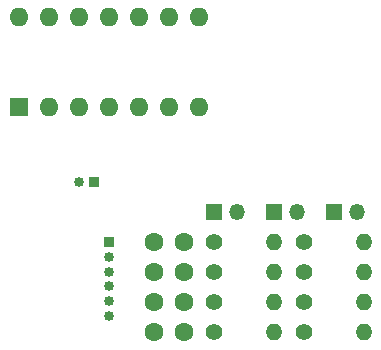
<source format=gts>
G04 #@! TF.FileFunction,Soldermask,Top*
%FSLAX46Y46*%
G04 Gerber Fmt 4.6, Leading zero omitted, Abs format (unit mm)*
G04 Created by KiCad (PCBNEW 4.0.7) date 06/26/19 20:58:35*
%MOMM*%
%LPD*%
G01*
G04 APERTURE LIST*
%ADD10C,0.100000*%
%ADD11C,1.400000*%
%ADD12O,1.400000X1.400000*%
%ADD13R,1.600000X1.600000*%
%ADD14O,1.600000X1.600000*%
%ADD15R,0.850000X0.850000*%
%ADD16C,0.850000*%
%ADD17C,1.600000*%
%ADD18R,1.350000X1.350000*%
%ADD19O,1.350000X1.350000*%
G04 APERTURE END LIST*
D10*
D11*
X250738000Y-113665000D03*
D12*
X255818000Y-113665000D03*
D13*
X226568000Y-102235000D03*
D14*
X241808000Y-94615000D03*
X229108000Y-102235000D03*
X239268000Y-94615000D03*
X231648000Y-102235000D03*
X236728000Y-94615000D03*
X234188000Y-102235000D03*
X234188000Y-94615000D03*
X236728000Y-102235000D03*
X231648000Y-94615000D03*
X239268000Y-102235000D03*
X229108000Y-94615000D03*
X241808000Y-102235000D03*
X226568000Y-94615000D03*
D15*
X234188000Y-113665000D03*
D16*
X234188000Y-114915000D03*
X234188000Y-116165000D03*
X234188000Y-117415000D03*
X234188000Y-118665000D03*
X234188000Y-119915000D03*
D11*
X250738000Y-116205000D03*
D12*
X255818000Y-116205000D03*
D11*
X250738000Y-121285000D03*
D12*
X255818000Y-121285000D03*
D11*
X250738000Y-118745000D03*
D12*
X255818000Y-118745000D03*
D11*
X243118000Y-116205000D03*
D12*
X248198000Y-116205000D03*
D11*
X243118000Y-118745000D03*
D12*
X248198000Y-118745000D03*
D11*
X243118000Y-121285000D03*
D12*
X248198000Y-121285000D03*
D17*
X240538000Y-121285000D03*
X238038000Y-121285000D03*
X240538000Y-118745000D03*
X238038000Y-118745000D03*
X240538000Y-116205000D03*
X238038000Y-116205000D03*
X240538000Y-113665000D03*
X238038000Y-113665000D03*
D11*
X243118000Y-113665000D03*
D12*
X248198000Y-113665000D03*
D18*
X248158000Y-111125000D03*
D19*
X250158000Y-111125000D03*
D18*
X253238000Y-111125000D03*
D19*
X255238000Y-111125000D03*
D18*
X243078000Y-111125000D03*
D19*
X245078000Y-111125000D03*
D15*
X232918000Y-108585000D03*
D16*
X231668000Y-108585000D03*
M02*

</source>
